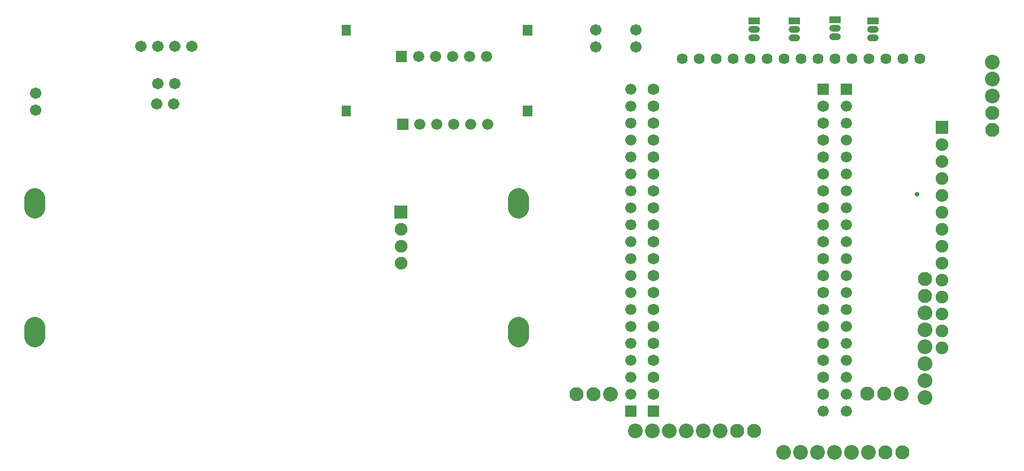
<source format=gbs>
G04 Layer: BottomSolderMaskLayer*
G04 EasyEDA v6.5.9, 2022-08-06 01:21:21*
G04 14fef34793594d2db1d7ff351c51599c,c09117847ad249c1abd8b20aa127d3a4,10*
G04 Gerber Generator version 0.2*
G04 Scale: 100 percent, Rotated: No, Reflected: No *
G04 Dimensions in millimeters *
G04 leading zeros omitted , absolute positions ,4 integer and 5 decimal *
%FSLAX45Y45*%
%MOMM*%

%ADD10C,3.1000*%
%ADD11C,1.0016*%
%ADD12C,2.1016*%
%ADD13C,2.2032*%
%ADD14C,1.6256*%
%ADD15C,1.9016*%
%ADD16C,1.6764*%
%ADD17C,1.7032*%
%ADD18C,1.7272*%
%ADD19C,0.7112*%
%ADD20C,0.0127*%

%LPD*%
D10*
X8584209Y4095696D02*
G01*
X8584209Y3955696D01*
X8584209Y2165703D02*
G01*
X8584209Y2025703D01*
X1347190Y4095696D02*
G01*
X1347190Y3955696D01*
X1347190Y2165703D02*
G01*
X1347190Y2025703D01*
X8584209Y2025703D02*
G01*
X8584209Y2165703D01*
X8584209Y3955696D02*
G01*
X8584209Y4095696D01*
X1347190Y2025703D02*
G01*
X1347190Y2165703D01*
X1347190Y3955696D02*
G01*
X1347190Y4095696D01*
D11*
X12150801Y6502400D02*
G01*
X12080801Y6502400D01*
X12150801Y6629400D02*
G01*
X12080801Y6629400D01*
X12747701Y6502400D02*
G01*
X12677701Y6502400D01*
X12747701Y6629400D02*
G01*
X12677701Y6629400D01*
X13357301Y6515100D02*
G01*
X13287301Y6515100D01*
X13357301Y6642100D02*
G01*
X13287301Y6642100D01*
X13928801Y6502400D02*
G01*
X13858801Y6502400D01*
X13928801Y6629400D02*
G01*
X13858801Y6629400D01*
G36*
X5936995Y6536436D02*
G01*
X5936995Y6696710D01*
X6077204Y6696710D01*
X6077204Y6536436D01*
G37*
G36*
X5936995Y5323839D02*
G01*
X5936995Y5484113D01*
X6077204Y5484113D01*
X6077204Y5323839D01*
G37*
G36*
X8653272Y6536944D02*
G01*
X8653272Y6697218D01*
X8793479Y6697218D01*
X8793479Y6536944D01*
G37*
G36*
X8653272Y5323839D02*
G01*
X8653272Y5484113D01*
X8793479Y5484113D01*
X8793479Y5323839D01*
G37*
D12*
G01*
X14668500Y2882900D03*
G01*
X14668500Y2628900D03*
D13*
G01*
X14668500Y2374900D03*
G01*
X14668500Y2120900D03*
G01*
X14668500Y1866900D03*
G01*
X14668500Y1612900D03*
G01*
X14668500Y1358900D03*
G01*
X14668500Y1104900D03*
D12*
G01*
X12115800Y609600D03*
G01*
X11861800Y609600D03*
D13*
G01*
X11607800Y609600D03*
G01*
X11353800Y609600D03*
G01*
X11099800Y609600D03*
G01*
X10845800Y609600D03*
G01*
X10591800Y609600D03*
G01*
X10337800Y609600D03*
D12*
G01*
X14329054Y285826D03*
G01*
X14075054Y285826D03*
D13*
G01*
X13821054Y285826D03*
G01*
X13567054Y285826D03*
G01*
X13313054Y285826D03*
G01*
X13059054Y285826D03*
G01*
X12805054Y285826D03*
G01*
X12551054Y285826D03*
D14*
G01*
X14595754Y6191326D03*
G01*
X14341754Y6191326D03*
G01*
X14087754Y6191326D03*
G01*
X13833754Y6191326D03*
G01*
X12817754Y6191326D03*
G01*
X13071754Y6191326D03*
G01*
X13325754Y6191326D03*
G01*
X13579754Y6191326D03*
G01*
X11547754Y6191326D03*
G01*
X11293754Y6191326D03*
G01*
X11039754Y6191326D03*
G01*
X11801754Y6191326D03*
G01*
X12055754Y6191326D03*
G01*
X12309754Y6191326D03*
G01*
X12563754Y6191326D03*
D15*
G01*
X14926309Y1856486D03*
G01*
X14926309Y2110486D03*
G01*
X14926309Y2364486D03*
G01*
X14926309Y2618486D03*
G01*
X14926309Y2872486D03*
G01*
X14926309Y3126486D03*
G01*
X14926309Y3380486D03*
G01*
X14926309Y3634231D03*
G01*
X14926309Y3888231D03*
G01*
X14926309Y4142231D03*
G01*
X14926309Y4396231D03*
G01*
X14926309Y4650231D03*
G01*
X14926309Y4904231D03*
G36*
X14831059Y5062981D02*
G01*
X14831059Y5253228D01*
X15021052Y5253228D01*
X15021052Y5062981D01*
G37*
G01*
X6825995Y3126486D03*
G01*
X6825995Y3380486D03*
G01*
X6825995Y3634231D03*
G36*
X6731000Y3793236D02*
G01*
X6731000Y3983228D01*
X6920991Y3983228D01*
X6920991Y3793236D01*
G37*
D16*
G01*
X13147954Y908126D03*
G01*
X13147954Y1162126D03*
G01*
X13147954Y1416126D03*
G01*
X13147954Y1670126D03*
G01*
X13147954Y1924126D03*
G01*
X13147954Y2178126D03*
G01*
X13147954Y2432126D03*
G01*
X13147954Y2686126D03*
G01*
X13147954Y2940126D03*
G01*
X13147954Y3194126D03*
G01*
X13147954Y3448126D03*
G01*
X13147954Y3702126D03*
G01*
X13147954Y3956126D03*
G01*
X13147954Y4210126D03*
G01*
X13147954Y4464126D03*
G01*
X13147954Y4718126D03*
G01*
X13147954Y4972126D03*
G01*
X13147954Y5226126D03*
G01*
X13147954Y5480126D03*
G36*
X13064236Y5650229D02*
G01*
X13064236Y5817870D01*
X13231875Y5817870D01*
X13231875Y5650229D01*
G37*
G01*
X10607954Y5734126D03*
G01*
X10607954Y5480126D03*
G01*
X10607954Y5226126D03*
G01*
X10607954Y4972126D03*
G01*
X10607954Y4718126D03*
G01*
X10607954Y4464126D03*
G01*
X10607954Y4210126D03*
G01*
X10607954Y3956126D03*
G01*
X10607954Y3702126D03*
G01*
X10607954Y3448126D03*
G01*
X10607954Y3194126D03*
G01*
X10607954Y2940126D03*
G01*
X10607954Y2686126D03*
G01*
X10607954Y2432126D03*
G01*
X10607954Y2178126D03*
G01*
X10607954Y1924126D03*
G01*
X10607954Y1670126D03*
G01*
X10607954Y1416126D03*
G01*
X10607954Y1162126D03*
G36*
X10524236Y824229D02*
G01*
X10524236Y991870D01*
X10691875Y991870D01*
X10691875Y824229D01*
G37*
G01*
X13490854Y908126D03*
G01*
X13490854Y1162126D03*
G01*
X13490854Y1416126D03*
G01*
X13490854Y1670126D03*
G01*
X13490854Y1924126D03*
G01*
X13490854Y2178126D03*
G01*
X13490854Y2432126D03*
G01*
X13490854Y2686126D03*
G01*
X13490854Y2940126D03*
G01*
X13490854Y3194126D03*
G01*
X13490854Y3448126D03*
G01*
X13490854Y3702126D03*
G01*
X13490854Y3956126D03*
G01*
X13490854Y4210126D03*
G01*
X13490854Y4464126D03*
G01*
X13490854Y4718126D03*
G01*
X13490854Y4972126D03*
G01*
X13490854Y5226126D03*
G01*
X13490854Y5480126D03*
G36*
X13407136Y5650229D02*
G01*
X13407136Y5817870D01*
X13574775Y5817870D01*
X13574775Y5650229D01*
G37*
G01*
X10265054Y5734126D03*
G01*
X10265054Y5480126D03*
G01*
X10265054Y5226126D03*
G01*
X10265054Y4972126D03*
G01*
X10265054Y4718126D03*
G01*
X10265054Y4464126D03*
G01*
X10265054Y4210126D03*
G01*
X10265054Y3956126D03*
G01*
X10265054Y3702126D03*
G01*
X10265054Y3448126D03*
G01*
X10265054Y3194126D03*
G01*
X10265054Y2940126D03*
G01*
X10265054Y2686126D03*
G01*
X10265054Y2432126D03*
G01*
X10265054Y2178126D03*
G01*
X10265054Y1924126D03*
G01*
X10265054Y1670126D03*
G01*
X10265054Y1416126D03*
G01*
X10265054Y1162126D03*
G36*
X10181336Y824229D02*
G01*
X10181336Y991870D01*
X10348975Y991870D01*
X10348975Y824229D01*
G37*
D12*
G01*
X13804900Y1168400D03*
G01*
X14058900Y1168400D03*
D13*
G01*
X14312900Y1168400D03*
D12*
G01*
X9452254Y1162126D03*
G01*
X9706254Y1162126D03*
D13*
G01*
X9960254Y1162126D03*
D16*
G01*
X8105241Y6219113D03*
G01*
X7851241Y6219113D03*
G01*
X7597241Y6219113D03*
G01*
X7343241Y6219113D03*
G01*
X7089241Y6219113D03*
G36*
X6751320Y6135370D02*
G01*
X6751320Y6303010D01*
X6918959Y6303010D01*
X6918959Y6135370D01*
G37*
G01*
X8128000Y5207000D03*
G01*
X7874000Y5207000D03*
G01*
X7620000Y5207000D03*
G01*
X7366000Y5207000D03*
G01*
X7112000Y5207000D03*
G36*
X6774179Y5123179D02*
G01*
X6774179Y5290820D01*
X6941820Y5290820D01*
X6941820Y5123179D01*
G37*
D12*
G01*
X15675254Y5124526D03*
G01*
X15675254Y5378526D03*
D13*
G01*
X15675254Y5632526D03*
G01*
X15675254Y5886526D03*
G01*
X15675254Y6140526D03*
D17*
G01*
X1357528Y5417312D03*
G01*
X1357528Y5671312D03*
G01*
X3187700Y5816600D03*
G01*
X3441700Y5816600D03*
G01*
X3429000Y5511800D03*
G01*
X3175000Y5511800D03*
G01*
X9743236Y6365112D03*
G01*
X9743236Y6619112D03*
G01*
X10341254Y6623126D03*
G01*
X10341254Y6369126D03*
G01*
X2933700Y6375400D03*
G01*
X3187700Y6375400D03*
G01*
X3441700Y6375400D03*
G01*
X3695700Y6375400D03*
D18*
G01*
X13147954Y1162126D03*
G01*
X13147954Y1416126D03*
G01*
X13147954Y1670126D03*
G01*
X13147954Y1924126D03*
G01*
X13147954Y2178126D03*
G01*
X13147954Y2432126D03*
G01*
X13147954Y2686126D03*
G01*
X13147954Y2940126D03*
G01*
X13147954Y3194126D03*
G01*
X13147954Y3448126D03*
G01*
X13147954Y3702126D03*
G01*
X13147954Y3956126D03*
G01*
X13147954Y4210126D03*
G01*
X13147954Y4464126D03*
G01*
X13147954Y4718126D03*
G01*
X13147954Y4972126D03*
G01*
X13147954Y5226126D03*
G01*
X13147954Y5480126D03*
G01*
X13147954Y5734126D03*
G01*
X10607954Y5734126D03*
G01*
X10607954Y5480126D03*
G01*
X10607954Y5226126D03*
G01*
X10607954Y4972126D03*
G01*
X10607954Y4718126D03*
G01*
X10607954Y4464126D03*
G01*
X10607954Y4210126D03*
G01*
X10607954Y3956126D03*
G01*
X10607954Y3702126D03*
G01*
X10607954Y3448126D03*
G01*
X10607954Y3194126D03*
G01*
X10607954Y2940126D03*
G01*
X10607954Y2686126D03*
G01*
X10607954Y2432126D03*
G01*
X10607954Y2178126D03*
G01*
X10607954Y1924126D03*
G01*
X10607954Y1670126D03*
G01*
X10607954Y1416126D03*
G01*
X10607954Y1162126D03*
G36*
X12030709Y6706362D02*
G01*
X12030709Y6806437D01*
X12200890Y6806437D01*
X12200890Y6706362D01*
G37*
G36*
X12627609Y6706362D02*
G01*
X12627609Y6806437D01*
X12797790Y6806437D01*
X12797790Y6706362D01*
G37*
G36*
X13237209Y6719062D02*
G01*
X13237209Y6819137D01*
X13407390Y6819137D01*
X13407390Y6719062D01*
G37*
G36*
X13808709Y6706362D02*
G01*
X13808709Y6806437D01*
X13978890Y6806437D01*
X13978890Y6706362D01*
G37*
D19*
G01*
X14554200Y4152900D03*
M02*

</source>
